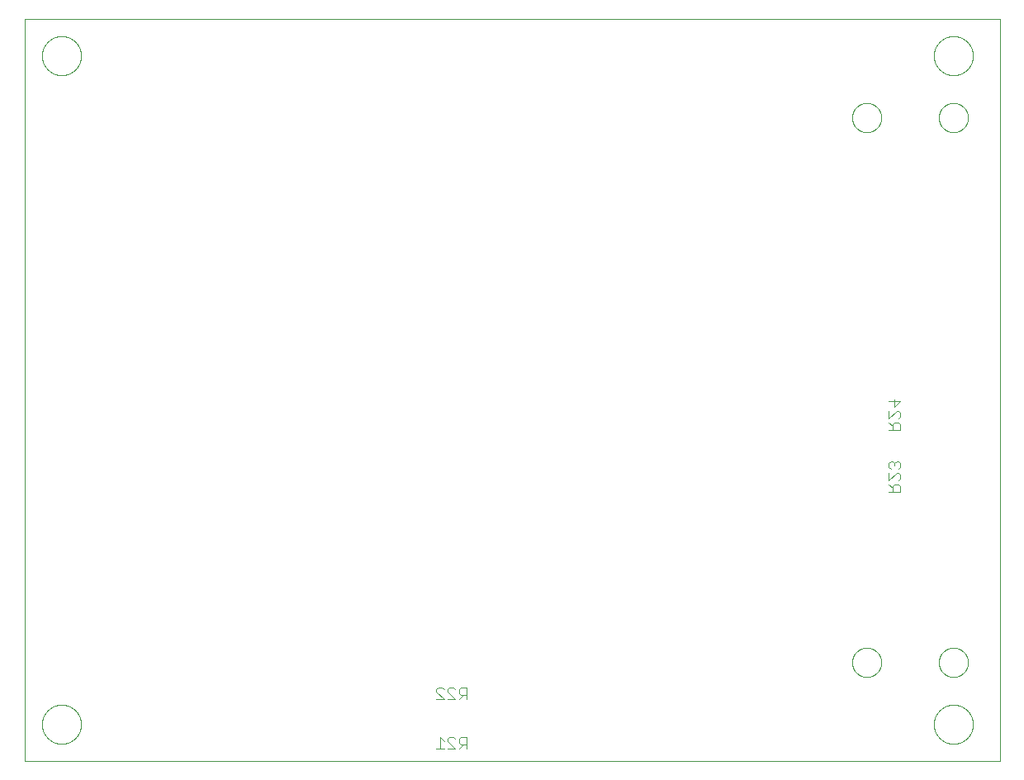
<source format=gbo>
G75*
%MOIN*%
%OFA0B0*%
%FSLAX25Y25*%
%IPPOS*%
%LPD*%
%AMOC8*
5,1,8,0,0,1.08239X$1,22.5*
%
%ADD10C,0.00000*%
%ADD11C,0.00400*%
D10*
X0014325Y0003000D02*
X0014325Y0302961D01*
X0408026Y0302961D01*
X0408026Y0003000D01*
X0014325Y0003000D01*
X0021451Y0018000D02*
X0021453Y0018193D01*
X0021460Y0018386D01*
X0021472Y0018579D01*
X0021489Y0018772D01*
X0021510Y0018964D01*
X0021536Y0019155D01*
X0021567Y0019346D01*
X0021602Y0019536D01*
X0021642Y0019725D01*
X0021687Y0019913D01*
X0021736Y0020100D01*
X0021790Y0020286D01*
X0021848Y0020470D01*
X0021911Y0020653D01*
X0021979Y0020834D01*
X0022050Y0021013D01*
X0022127Y0021191D01*
X0022207Y0021367D01*
X0022292Y0021540D01*
X0022381Y0021712D01*
X0022474Y0021881D01*
X0022571Y0022048D01*
X0022673Y0022213D01*
X0022778Y0022375D01*
X0022887Y0022534D01*
X0023001Y0022691D01*
X0023118Y0022844D01*
X0023238Y0022995D01*
X0023363Y0023143D01*
X0023491Y0023288D01*
X0023622Y0023429D01*
X0023757Y0023568D01*
X0023896Y0023703D01*
X0024037Y0023834D01*
X0024182Y0023962D01*
X0024330Y0024087D01*
X0024481Y0024207D01*
X0024634Y0024324D01*
X0024791Y0024438D01*
X0024950Y0024547D01*
X0025112Y0024652D01*
X0025277Y0024754D01*
X0025444Y0024851D01*
X0025613Y0024944D01*
X0025785Y0025033D01*
X0025958Y0025118D01*
X0026134Y0025198D01*
X0026312Y0025275D01*
X0026491Y0025346D01*
X0026672Y0025414D01*
X0026855Y0025477D01*
X0027039Y0025535D01*
X0027225Y0025589D01*
X0027412Y0025638D01*
X0027600Y0025683D01*
X0027789Y0025723D01*
X0027979Y0025758D01*
X0028170Y0025789D01*
X0028361Y0025815D01*
X0028553Y0025836D01*
X0028746Y0025853D01*
X0028939Y0025865D01*
X0029132Y0025872D01*
X0029325Y0025874D01*
X0029518Y0025872D01*
X0029711Y0025865D01*
X0029904Y0025853D01*
X0030097Y0025836D01*
X0030289Y0025815D01*
X0030480Y0025789D01*
X0030671Y0025758D01*
X0030861Y0025723D01*
X0031050Y0025683D01*
X0031238Y0025638D01*
X0031425Y0025589D01*
X0031611Y0025535D01*
X0031795Y0025477D01*
X0031978Y0025414D01*
X0032159Y0025346D01*
X0032338Y0025275D01*
X0032516Y0025198D01*
X0032692Y0025118D01*
X0032865Y0025033D01*
X0033037Y0024944D01*
X0033206Y0024851D01*
X0033373Y0024754D01*
X0033538Y0024652D01*
X0033700Y0024547D01*
X0033859Y0024438D01*
X0034016Y0024324D01*
X0034169Y0024207D01*
X0034320Y0024087D01*
X0034468Y0023962D01*
X0034613Y0023834D01*
X0034754Y0023703D01*
X0034893Y0023568D01*
X0035028Y0023429D01*
X0035159Y0023288D01*
X0035287Y0023143D01*
X0035412Y0022995D01*
X0035532Y0022844D01*
X0035649Y0022691D01*
X0035763Y0022534D01*
X0035872Y0022375D01*
X0035977Y0022213D01*
X0036079Y0022048D01*
X0036176Y0021881D01*
X0036269Y0021712D01*
X0036358Y0021540D01*
X0036443Y0021367D01*
X0036523Y0021191D01*
X0036600Y0021013D01*
X0036671Y0020834D01*
X0036739Y0020653D01*
X0036802Y0020470D01*
X0036860Y0020286D01*
X0036914Y0020100D01*
X0036963Y0019913D01*
X0037008Y0019725D01*
X0037048Y0019536D01*
X0037083Y0019346D01*
X0037114Y0019155D01*
X0037140Y0018964D01*
X0037161Y0018772D01*
X0037178Y0018579D01*
X0037190Y0018386D01*
X0037197Y0018193D01*
X0037199Y0018000D01*
X0037197Y0017807D01*
X0037190Y0017614D01*
X0037178Y0017421D01*
X0037161Y0017228D01*
X0037140Y0017036D01*
X0037114Y0016845D01*
X0037083Y0016654D01*
X0037048Y0016464D01*
X0037008Y0016275D01*
X0036963Y0016087D01*
X0036914Y0015900D01*
X0036860Y0015714D01*
X0036802Y0015530D01*
X0036739Y0015347D01*
X0036671Y0015166D01*
X0036600Y0014987D01*
X0036523Y0014809D01*
X0036443Y0014633D01*
X0036358Y0014460D01*
X0036269Y0014288D01*
X0036176Y0014119D01*
X0036079Y0013952D01*
X0035977Y0013787D01*
X0035872Y0013625D01*
X0035763Y0013466D01*
X0035649Y0013309D01*
X0035532Y0013156D01*
X0035412Y0013005D01*
X0035287Y0012857D01*
X0035159Y0012712D01*
X0035028Y0012571D01*
X0034893Y0012432D01*
X0034754Y0012297D01*
X0034613Y0012166D01*
X0034468Y0012038D01*
X0034320Y0011913D01*
X0034169Y0011793D01*
X0034016Y0011676D01*
X0033859Y0011562D01*
X0033700Y0011453D01*
X0033538Y0011348D01*
X0033373Y0011246D01*
X0033206Y0011149D01*
X0033037Y0011056D01*
X0032865Y0010967D01*
X0032692Y0010882D01*
X0032516Y0010802D01*
X0032338Y0010725D01*
X0032159Y0010654D01*
X0031978Y0010586D01*
X0031795Y0010523D01*
X0031611Y0010465D01*
X0031425Y0010411D01*
X0031238Y0010362D01*
X0031050Y0010317D01*
X0030861Y0010277D01*
X0030671Y0010242D01*
X0030480Y0010211D01*
X0030289Y0010185D01*
X0030097Y0010164D01*
X0029904Y0010147D01*
X0029711Y0010135D01*
X0029518Y0010128D01*
X0029325Y0010126D01*
X0029132Y0010128D01*
X0028939Y0010135D01*
X0028746Y0010147D01*
X0028553Y0010164D01*
X0028361Y0010185D01*
X0028170Y0010211D01*
X0027979Y0010242D01*
X0027789Y0010277D01*
X0027600Y0010317D01*
X0027412Y0010362D01*
X0027225Y0010411D01*
X0027039Y0010465D01*
X0026855Y0010523D01*
X0026672Y0010586D01*
X0026491Y0010654D01*
X0026312Y0010725D01*
X0026134Y0010802D01*
X0025958Y0010882D01*
X0025785Y0010967D01*
X0025613Y0011056D01*
X0025444Y0011149D01*
X0025277Y0011246D01*
X0025112Y0011348D01*
X0024950Y0011453D01*
X0024791Y0011562D01*
X0024634Y0011676D01*
X0024481Y0011793D01*
X0024330Y0011913D01*
X0024182Y0012038D01*
X0024037Y0012166D01*
X0023896Y0012297D01*
X0023757Y0012432D01*
X0023622Y0012571D01*
X0023491Y0012712D01*
X0023363Y0012857D01*
X0023238Y0013005D01*
X0023118Y0013156D01*
X0023001Y0013309D01*
X0022887Y0013466D01*
X0022778Y0013625D01*
X0022673Y0013787D01*
X0022571Y0013952D01*
X0022474Y0014119D01*
X0022381Y0014288D01*
X0022292Y0014460D01*
X0022207Y0014633D01*
X0022127Y0014809D01*
X0022050Y0014987D01*
X0021979Y0015166D01*
X0021911Y0015347D01*
X0021848Y0015530D01*
X0021790Y0015714D01*
X0021736Y0015900D01*
X0021687Y0016087D01*
X0021642Y0016275D01*
X0021602Y0016464D01*
X0021567Y0016654D01*
X0021536Y0016845D01*
X0021510Y0017036D01*
X0021489Y0017228D01*
X0021472Y0017421D01*
X0021460Y0017614D01*
X0021453Y0017807D01*
X0021451Y0018000D01*
X0348419Y0043000D02*
X0348421Y0043153D01*
X0348427Y0043307D01*
X0348437Y0043460D01*
X0348451Y0043612D01*
X0348469Y0043765D01*
X0348491Y0043916D01*
X0348516Y0044067D01*
X0348546Y0044218D01*
X0348580Y0044368D01*
X0348617Y0044516D01*
X0348658Y0044664D01*
X0348703Y0044810D01*
X0348752Y0044956D01*
X0348805Y0045100D01*
X0348861Y0045242D01*
X0348921Y0045383D01*
X0348985Y0045523D01*
X0349052Y0045661D01*
X0349123Y0045797D01*
X0349198Y0045931D01*
X0349275Y0046063D01*
X0349357Y0046193D01*
X0349441Y0046321D01*
X0349529Y0046447D01*
X0349620Y0046570D01*
X0349714Y0046691D01*
X0349812Y0046809D01*
X0349912Y0046925D01*
X0350016Y0047038D01*
X0350122Y0047149D01*
X0350231Y0047257D01*
X0350343Y0047362D01*
X0350457Y0047463D01*
X0350575Y0047562D01*
X0350694Y0047658D01*
X0350816Y0047751D01*
X0350941Y0047840D01*
X0351068Y0047927D01*
X0351197Y0048009D01*
X0351328Y0048089D01*
X0351461Y0048165D01*
X0351596Y0048238D01*
X0351733Y0048307D01*
X0351872Y0048372D01*
X0352012Y0048434D01*
X0352154Y0048492D01*
X0352297Y0048547D01*
X0352442Y0048598D01*
X0352588Y0048645D01*
X0352735Y0048688D01*
X0352883Y0048727D01*
X0353032Y0048763D01*
X0353182Y0048794D01*
X0353333Y0048822D01*
X0353484Y0048846D01*
X0353637Y0048866D01*
X0353789Y0048882D01*
X0353942Y0048894D01*
X0354095Y0048902D01*
X0354248Y0048906D01*
X0354402Y0048906D01*
X0354555Y0048902D01*
X0354708Y0048894D01*
X0354861Y0048882D01*
X0355013Y0048866D01*
X0355166Y0048846D01*
X0355317Y0048822D01*
X0355468Y0048794D01*
X0355618Y0048763D01*
X0355767Y0048727D01*
X0355915Y0048688D01*
X0356062Y0048645D01*
X0356208Y0048598D01*
X0356353Y0048547D01*
X0356496Y0048492D01*
X0356638Y0048434D01*
X0356778Y0048372D01*
X0356917Y0048307D01*
X0357054Y0048238D01*
X0357189Y0048165D01*
X0357322Y0048089D01*
X0357453Y0048009D01*
X0357582Y0047927D01*
X0357709Y0047840D01*
X0357834Y0047751D01*
X0357956Y0047658D01*
X0358075Y0047562D01*
X0358193Y0047463D01*
X0358307Y0047362D01*
X0358419Y0047257D01*
X0358528Y0047149D01*
X0358634Y0047038D01*
X0358738Y0046925D01*
X0358838Y0046809D01*
X0358936Y0046691D01*
X0359030Y0046570D01*
X0359121Y0046447D01*
X0359209Y0046321D01*
X0359293Y0046193D01*
X0359375Y0046063D01*
X0359452Y0045931D01*
X0359527Y0045797D01*
X0359598Y0045661D01*
X0359665Y0045523D01*
X0359729Y0045383D01*
X0359789Y0045242D01*
X0359845Y0045100D01*
X0359898Y0044956D01*
X0359947Y0044810D01*
X0359992Y0044664D01*
X0360033Y0044516D01*
X0360070Y0044368D01*
X0360104Y0044218D01*
X0360134Y0044067D01*
X0360159Y0043916D01*
X0360181Y0043765D01*
X0360199Y0043612D01*
X0360213Y0043460D01*
X0360223Y0043307D01*
X0360229Y0043153D01*
X0360231Y0043000D01*
X0360229Y0042847D01*
X0360223Y0042693D01*
X0360213Y0042540D01*
X0360199Y0042388D01*
X0360181Y0042235D01*
X0360159Y0042084D01*
X0360134Y0041933D01*
X0360104Y0041782D01*
X0360070Y0041632D01*
X0360033Y0041484D01*
X0359992Y0041336D01*
X0359947Y0041190D01*
X0359898Y0041044D01*
X0359845Y0040900D01*
X0359789Y0040758D01*
X0359729Y0040617D01*
X0359665Y0040477D01*
X0359598Y0040339D01*
X0359527Y0040203D01*
X0359452Y0040069D01*
X0359375Y0039937D01*
X0359293Y0039807D01*
X0359209Y0039679D01*
X0359121Y0039553D01*
X0359030Y0039430D01*
X0358936Y0039309D01*
X0358838Y0039191D01*
X0358738Y0039075D01*
X0358634Y0038962D01*
X0358528Y0038851D01*
X0358419Y0038743D01*
X0358307Y0038638D01*
X0358193Y0038537D01*
X0358075Y0038438D01*
X0357956Y0038342D01*
X0357834Y0038249D01*
X0357709Y0038160D01*
X0357582Y0038073D01*
X0357453Y0037991D01*
X0357322Y0037911D01*
X0357189Y0037835D01*
X0357054Y0037762D01*
X0356917Y0037693D01*
X0356778Y0037628D01*
X0356638Y0037566D01*
X0356496Y0037508D01*
X0356353Y0037453D01*
X0356208Y0037402D01*
X0356062Y0037355D01*
X0355915Y0037312D01*
X0355767Y0037273D01*
X0355618Y0037237D01*
X0355468Y0037206D01*
X0355317Y0037178D01*
X0355166Y0037154D01*
X0355013Y0037134D01*
X0354861Y0037118D01*
X0354708Y0037106D01*
X0354555Y0037098D01*
X0354402Y0037094D01*
X0354248Y0037094D01*
X0354095Y0037098D01*
X0353942Y0037106D01*
X0353789Y0037118D01*
X0353637Y0037134D01*
X0353484Y0037154D01*
X0353333Y0037178D01*
X0353182Y0037206D01*
X0353032Y0037237D01*
X0352883Y0037273D01*
X0352735Y0037312D01*
X0352588Y0037355D01*
X0352442Y0037402D01*
X0352297Y0037453D01*
X0352154Y0037508D01*
X0352012Y0037566D01*
X0351872Y0037628D01*
X0351733Y0037693D01*
X0351596Y0037762D01*
X0351461Y0037835D01*
X0351328Y0037911D01*
X0351197Y0037991D01*
X0351068Y0038073D01*
X0350941Y0038160D01*
X0350816Y0038249D01*
X0350694Y0038342D01*
X0350575Y0038438D01*
X0350457Y0038537D01*
X0350343Y0038638D01*
X0350231Y0038743D01*
X0350122Y0038851D01*
X0350016Y0038962D01*
X0349912Y0039075D01*
X0349812Y0039191D01*
X0349714Y0039309D01*
X0349620Y0039430D01*
X0349529Y0039553D01*
X0349441Y0039679D01*
X0349357Y0039807D01*
X0349275Y0039937D01*
X0349198Y0040069D01*
X0349123Y0040203D01*
X0349052Y0040339D01*
X0348985Y0040477D01*
X0348921Y0040617D01*
X0348861Y0040758D01*
X0348805Y0040900D01*
X0348752Y0041044D01*
X0348703Y0041190D01*
X0348658Y0041336D01*
X0348617Y0041484D01*
X0348580Y0041632D01*
X0348546Y0041782D01*
X0348516Y0041933D01*
X0348491Y0042084D01*
X0348469Y0042235D01*
X0348451Y0042388D01*
X0348437Y0042540D01*
X0348427Y0042693D01*
X0348421Y0042847D01*
X0348419Y0043000D01*
X0383419Y0043000D02*
X0383421Y0043153D01*
X0383427Y0043307D01*
X0383437Y0043460D01*
X0383451Y0043612D01*
X0383469Y0043765D01*
X0383491Y0043916D01*
X0383516Y0044067D01*
X0383546Y0044218D01*
X0383580Y0044368D01*
X0383617Y0044516D01*
X0383658Y0044664D01*
X0383703Y0044810D01*
X0383752Y0044956D01*
X0383805Y0045100D01*
X0383861Y0045242D01*
X0383921Y0045383D01*
X0383985Y0045523D01*
X0384052Y0045661D01*
X0384123Y0045797D01*
X0384198Y0045931D01*
X0384275Y0046063D01*
X0384357Y0046193D01*
X0384441Y0046321D01*
X0384529Y0046447D01*
X0384620Y0046570D01*
X0384714Y0046691D01*
X0384812Y0046809D01*
X0384912Y0046925D01*
X0385016Y0047038D01*
X0385122Y0047149D01*
X0385231Y0047257D01*
X0385343Y0047362D01*
X0385457Y0047463D01*
X0385575Y0047562D01*
X0385694Y0047658D01*
X0385816Y0047751D01*
X0385941Y0047840D01*
X0386068Y0047927D01*
X0386197Y0048009D01*
X0386328Y0048089D01*
X0386461Y0048165D01*
X0386596Y0048238D01*
X0386733Y0048307D01*
X0386872Y0048372D01*
X0387012Y0048434D01*
X0387154Y0048492D01*
X0387297Y0048547D01*
X0387442Y0048598D01*
X0387588Y0048645D01*
X0387735Y0048688D01*
X0387883Y0048727D01*
X0388032Y0048763D01*
X0388182Y0048794D01*
X0388333Y0048822D01*
X0388484Y0048846D01*
X0388637Y0048866D01*
X0388789Y0048882D01*
X0388942Y0048894D01*
X0389095Y0048902D01*
X0389248Y0048906D01*
X0389402Y0048906D01*
X0389555Y0048902D01*
X0389708Y0048894D01*
X0389861Y0048882D01*
X0390013Y0048866D01*
X0390166Y0048846D01*
X0390317Y0048822D01*
X0390468Y0048794D01*
X0390618Y0048763D01*
X0390767Y0048727D01*
X0390915Y0048688D01*
X0391062Y0048645D01*
X0391208Y0048598D01*
X0391353Y0048547D01*
X0391496Y0048492D01*
X0391638Y0048434D01*
X0391778Y0048372D01*
X0391917Y0048307D01*
X0392054Y0048238D01*
X0392189Y0048165D01*
X0392322Y0048089D01*
X0392453Y0048009D01*
X0392582Y0047927D01*
X0392709Y0047840D01*
X0392834Y0047751D01*
X0392956Y0047658D01*
X0393075Y0047562D01*
X0393193Y0047463D01*
X0393307Y0047362D01*
X0393419Y0047257D01*
X0393528Y0047149D01*
X0393634Y0047038D01*
X0393738Y0046925D01*
X0393838Y0046809D01*
X0393936Y0046691D01*
X0394030Y0046570D01*
X0394121Y0046447D01*
X0394209Y0046321D01*
X0394293Y0046193D01*
X0394375Y0046063D01*
X0394452Y0045931D01*
X0394527Y0045797D01*
X0394598Y0045661D01*
X0394665Y0045523D01*
X0394729Y0045383D01*
X0394789Y0045242D01*
X0394845Y0045100D01*
X0394898Y0044956D01*
X0394947Y0044810D01*
X0394992Y0044664D01*
X0395033Y0044516D01*
X0395070Y0044368D01*
X0395104Y0044218D01*
X0395134Y0044067D01*
X0395159Y0043916D01*
X0395181Y0043765D01*
X0395199Y0043612D01*
X0395213Y0043460D01*
X0395223Y0043307D01*
X0395229Y0043153D01*
X0395231Y0043000D01*
X0395229Y0042847D01*
X0395223Y0042693D01*
X0395213Y0042540D01*
X0395199Y0042388D01*
X0395181Y0042235D01*
X0395159Y0042084D01*
X0395134Y0041933D01*
X0395104Y0041782D01*
X0395070Y0041632D01*
X0395033Y0041484D01*
X0394992Y0041336D01*
X0394947Y0041190D01*
X0394898Y0041044D01*
X0394845Y0040900D01*
X0394789Y0040758D01*
X0394729Y0040617D01*
X0394665Y0040477D01*
X0394598Y0040339D01*
X0394527Y0040203D01*
X0394452Y0040069D01*
X0394375Y0039937D01*
X0394293Y0039807D01*
X0394209Y0039679D01*
X0394121Y0039553D01*
X0394030Y0039430D01*
X0393936Y0039309D01*
X0393838Y0039191D01*
X0393738Y0039075D01*
X0393634Y0038962D01*
X0393528Y0038851D01*
X0393419Y0038743D01*
X0393307Y0038638D01*
X0393193Y0038537D01*
X0393075Y0038438D01*
X0392956Y0038342D01*
X0392834Y0038249D01*
X0392709Y0038160D01*
X0392582Y0038073D01*
X0392453Y0037991D01*
X0392322Y0037911D01*
X0392189Y0037835D01*
X0392054Y0037762D01*
X0391917Y0037693D01*
X0391778Y0037628D01*
X0391638Y0037566D01*
X0391496Y0037508D01*
X0391353Y0037453D01*
X0391208Y0037402D01*
X0391062Y0037355D01*
X0390915Y0037312D01*
X0390767Y0037273D01*
X0390618Y0037237D01*
X0390468Y0037206D01*
X0390317Y0037178D01*
X0390166Y0037154D01*
X0390013Y0037134D01*
X0389861Y0037118D01*
X0389708Y0037106D01*
X0389555Y0037098D01*
X0389402Y0037094D01*
X0389248Y0037094D01*
X0389095Y0037098D01*
X0388942Y0037106D01*
X0388789Y0037118D01*
X0388637Y0037134D01*
X0388484Y0037154D01*
X0388333Y0037178D01*
X0388182Y0037206D01*
X0388032Y0037237D01*
X0387883Y0037273D01*
X0387735Y0037312D01*
X0387588Y0037355D01*
X0387442Y0037402D01*
X0387297Y0037453D01*
X0387154Y0037508D01*
X0387012Y0037566D01*
X0386872Y0037628D01*
X0386733Y0037693D01*
X0386596Y0037762D01*
X0386461Y0037835D01*
X0386328Y0037911D01*
X0386197Y0037991D01*
X0386068Y0038073D01*
X0385941Y0038160D01*
X0385816Y0038249D01*
X0385694Y0038342D01*
X0385575Y0038438D01*
X0385457Y0038537D01*
X0385343Y0038638D01*
X0385231Y0038743D01*
X0385122Y0038851D01*
X0385016Y0038962D01*
X0384912Y0039075D01*
X0384812Y0039191D01*
X0384714Y0039309D01*
X0384620Y0039430D01*
X0384529Y0039553D01*
X0384441Y0039679D01*
X0384357Y0039807D01*
X0384275Y0039937D01*
X0384198Y0040069D01*
X0384123Y0040203D01*
X0384052Y0040339D01*
X0383985Y0040477D01*
X0383921Y0040617D01*
X0383861Y0040758D01*
X0383805Y0040900D01*
X0383752Y0041044D01*
X0383703Y0041190D01*
X0383658Y0041336D01*
X0383617Y0041484D01*
X0383580Y0041632D01*
X0383546Y0041782D01*
X0383516Y0041933D01*
X0383491Y0042084D01*
X0383469Y0042235D01*
X0383451Y0042388D01*
X0383437Y0042540D01*
X0383427Y0042693D01*
X0383421Y0042847D01*
X0383419Y0043000D01*
X0381451Y0018000D02*
X0381453Y0018193D01*
X0381460Y0018386D01*
X0381472Y0018579D01*
X0381489Y0018772D01*
X0381510Y0018964D01*
X0381536Y0019155D01*
X0381567Y0019346D01*
X0381602Y0019536D01*
X0381642Y0019725D01*
X0381687Y0019913D01*
X0381736Y0020100D01*
X0381790Y0020286D01*
X0381848Y0020470D01*
X0381911Y0020653D01*
X0381979Y0020834D01*
X0382050Y0021013D01*
X0382127Y0021191D01*
X0382207Y0021367D01*
X0382292Y0021540D01*
X0382381Y0021712D01*
X0382474Y0021881D01*
X0382571Y0022048D01*
X0382673Y0022213D01*
X0382778Y0022375D01*
X0382887Y0022534D01*
X0383001Y0022691D01*
X0383118Y0022844D01*
X0383238Y0022995D01*
X0383363Y0023143D01*
X0383491Y0023288D01*
X0383622Y0023429D01*
X0383757Y0023568D01*
X0383896Y0023703D01*
X0384037Y0023834D01*
X0384182Y0023962D01*
X0384330Y0024087D01*
X0384481Y0024207D01*
X0384634Y0024324D01*
X0384791Y0024438D01*
X0384950Y0024547D01*
X0385112Y0024652D01*
X0385277Y0024754D01*
X0385444Y0024851D01*
X0385613Y0024944D01*
X0385785Y0025033D01*
X0385958Y0025118D01*
X0386134Y0025198D01*
X0386312Y0025275D01*
X0386491Y0025346D01*
X0386672Y0025414D01*
X0386855Y0025477D01*
X0387039Y0025535D01*
X0387225Y0025589D01*
X0387412Y0025638D01*
X0387600Y0025683D01*
X0387789Y0025723D01*
X0387979Y0025758D01*
X0388170Y0025789D01*
X0388361Y0025815D01*
X0388553Y0025836D01*
X0388746Y0025853D01*
X0388939Y0025865D01*
X0389132Y0025872D01*
X0389325Y0025874D01*
X0389518Y0025872D01*
X0389711Y0025865D01*
X0389904Y0025853D01*
X0390097Y0025836D01*
X0390289Y0025815D01*
X0390480Y0025789D01*
X0390671Y0025758D01*
X0390861Y0025723D01*
X0391050Y0025683D01*
X0391238Y0025638D01*
X0391425Y0025589D01*
X0391611Y0025535D01*
X0391795Y0025477D01*
X0391978Y0025414D01*
X0392159Y0025346D01*
X0392338Y0025275D01*
X0392516Y0025198D01*
X0392692Y0025118D01*
X0392865Y0025033D01*
X0393037Y0024944D01*
X0393206Y0024851D01*
X0393373Y0024754D01*
X0393538Y0024652D01*
X0393700Y0024547D01*
X0393859Y0024438D01*
X0394016Y0024324D01*
X0394169Y0024207D01*
X0394320Y0024087D01*
X0394468Y0023962D01*
X0394613Y0023834D01*
X0394754Y0023703D01*
X0394893Y0023568D01*
X0395028Y0023429D01*
X0395159Y0023288D01*
X0395287Y0023143D01*
X0395412Y0022995D01*
X0395532Y0022844D01*
X0395649Y0022691D01*
X0395763Y0022534D01*
X0395872Y0022375D01*
X0395977Y0022213D01*
X0396079Y0022048D01*
X0396176Y0021881D01*
X0396269Y0021712D01*
X0396358Y0021540D01*
X0396443Y0021367D01*
X0396523Y0021191D01*
X0396600Y0021013D01*
X0396671Y0020834D01*
X0396739Y0020653D01*
X0396802Y0020470D01*
X0396860Y0020286D01*
X0396914Y0020100D01*
X0396963Y0019913D01*
X0397008Y0019725D01*
X0397048Y0019536D01*
X0397083Y0019346D01*
X0397114Y0019155D01*
X0397140Y0018964D01*
X0397161Y0018772D01*
X0397178Y0018579D01*
X0397190Y0018386D01*
X0397197Y0018193D01*
X0397199Y0018000D01*
X0397197Y0017807D01*
X0397190Y0017614D01*
X0397178Y0017421D01*
X0397161Y0017228D01*
X0397140Y0017036D01*
X0397114Y0016845D01*
X0397083Y0016654D01*
X0397048Y0016464D01*
X0397008Y0016275D01*
X0396963Y0016087D01*
X0396914Y0015900D01*
X0396860Y0015714D01*
X0396802Y0015530D01*
X0396739Y0015347D01*
X0396671Y0015166D01*
X0396600Y0014987D01*
X0396523Y0014809D01*
X0396443Y0014633D01*
X0396358Y0014460D01*
X0396269Y0014288D01*
X0396176Y0014119D01*
X0396079Y0013952D01*
X0395977Y0013787D01*
X0395872Y0013625D01*
X0395763Y0013466D01*
X0395649Y0013309D01*
X0395532Y0013156D01*
X0395412Y0013005D01*
X0395287Y0012857D01*
X0395159Y0012712D01*
X0395028Y0012571D01*
X0394893Y0012432D01*
X0394754Y0012297D01*
X0394613Y0012166D01*
X0394468Y0012038D01*
X0394320Y0011913D01*
X0394169Y0011793D01*
X0394016Y0011676D01*
X0393859Y0011562D01*
X0393700Y0011453D01*
X0393538Y0011348D01*
X0393373Y0011246D01*
X0393206Y0011149D01*
X0393037Y0011056D01*
X0392865Y0010967D01*
X0392692Y0010882D01*
X0392516Y0010802D01*
X0392338Y0010725D01*
X0392159Y0010654D01*
X0391978Y0010586D01*
X0391795Y0010523D01*
X0391611Y0010465D01*
X0391425Y0010411D01*
X0391238Y0010362D01*
X0391050Y0010317D01*
X0390861Y0010277D01*
X0390671Y0010242D01*
X0390480Y0010211D01*
X0390289Y0010185D01*
X0390097Y0010164D01*
X0389904Y0010147D01*
X0389711Y0010135D01*
X0389518Y0010128D01*
X0389325Y0010126D01*
X0389132Y0010128D01*
X0388939Y0010135D01*
X0388746Y0010147D01*
X0388553Y0010164D01*
X0388361Y0010185D01*
X0388170Y0010211D01*
X0387979Y0010242D01*
X0387789Y0010277D01*
X0387600Y0010317D01*
X0387412Y0010362D01*
X0387225Y0010411D01*
X0387039Y0010465D01*
X0386855Y0010523D01*
X0386672Y0010586D01*
X0386491Y0010654D01*
X0386312Y0010725D01*
X0386134Y0010802D01*
X0385958Y0010882D01*
X0385785Y0010967D01*
X0385613Y0011056D01*
X0385444Y0011149D01*
X0385277Y0011246D01*
X0385112Y0011348D01*
X0384950Y0011453D01*
X0384791Y0011562D01*
X0384634Y0011676D01*
X0384481Y0011793D01*
X0384330Y0011913D01*
X0384182Y0012038D01*
X0384037Y0012166D01*
X0383896Y0012297D01*
X0383757Y0012432D01*
X0383622Y0012571D01*
X0383491Y0012712D01*
X0383363Y0012857D01*
X0383238Y0013005D01*
X0383118Y0013156D01*
X0383001Y0013309D01*
X0382887Y0013466D01*
X0382778Y0013625D01*
X0382673Y0013787D01*
X0382571Y0013952D01*
X0382474Y0014119D01*
X0382381Y0014288D01*
X0382292Y0014460D01*
X0382207Y0014633D01*
X0382127Y0014809D01*
X0382050Y0014987D01*
X0381979Y0015166D01*
X0381911Y0015347D01*
X0381848Y0015530D01*
X0381790Y0015714D01*
X0381736Y0015900D01*
X0381687Y0016087D01*
X0381642Y0016275D01*
X0381602Y0016464D01*
X0381567Y0016654D01*
X0381536Y0016845D01*
X0381510Y0017036D01*
X0381489Y0017228D01*
X0381472Y0017421D01*
X0381460Y0017614D01*
X0381453Y0017807D01*
X0381451Y0018000D01*
X0383419Y0263000D02*
X0383421Y0263153D01*
X0383427Y0263307D01*
X0383437Y0263460D01*
X0383451Y0263612D01*
X0383469Y0263765D01*
X0383491Y0263916D01*
X0383516Y0264067D01*
X0383546Y0264218D01*
X0383580Y0264368D01*
X0383617Y0264516D01*
X0383658Y0264664D01*
X0383703Y0264810D01*
X0383752Y0264956D01*
X0383805Y0265100D01*
X0383861Y0265242D01*
X0383921Y0265383D01*
X0383985Y0265523D01*
X0384052Y0265661D01*
X0384123Y0265797D01*
X0384198Y0265931D01*
X0384275Y0266063D01*
X0384357Y0266193D01*
X0384441Y0266321D01*
X0384529Y0266447D01*
X0384620Y0266570D01*
X0384714Y0266691D01*
X0384812Y0266809D01*
X0384912Y0266925D01*
X0385016Y0267038D01*
X0385122Y0267149D01*
X0385231Y0267257D01*
X0385343Y0267362D01*
X0385457Y0267463D01*
X0385575Y0267562D01*
X0385694Y0267658D01*
X0385816Y0267751D01*
X0385941Y0267840D01*
X0386068Y0267927D01*
X0386197Y0268009D01*
X0386328Y0268089D01*
X0386461Y0268165D01*
X0386596Y0268238D01*
X0386733Y0268307D01*
X0386872Y0268372D01*
X0387012Y0268434D01*
X0387154Y0268492D01*
X0387297Y0268547D01*
X0387442Y0268598D01*
X0387588Y0268645D01*
X0387735Y0268688D01*
X0387883Y0268727D01*
X0388032Y0268763D01*
X0388182Y0268794D01*
X0388333Y0268822D01*
X0388484Y0268846D01*
X0388637Y0268866D01*
X0388789Y0268882D01*
X0388942Y0268894D01*
X0389095Y0268902D01*
X0389248Y0268906D01*
X0389402Y0268906D01*
X0389555Y0268902D01*
X0389708Y0268894D01*
X0389861Y0268882D01*
X0390013Y0268866D01*
X0390166Y0268846D01*
X0390317Y0268822D01*
X0390468Y0268794D01*
X0390618Y0268763D01*
X0390767Y0268727D01*
X0390915Y0268688D01*
X0391062Y0268645D01*
X0391208Y0268598D01*
X0391353Y0268547D01*
X0391496Y0268492D01*
X0391638Y0268434D01*
X0391778Y0268372D01*
X0391917Y0268307D01*
X0392054Y0268238D01*
X0392189Y0268165D01*
X0392322Y0268089D01*
X0392453Y0268009D01*
X0392582Y0267927D01*
X0392709Y0267840D01*
X0392834Y0267751D01*
X0392956Y0267658D01*
X0393075Y0267562D01*
X0393193Y0267463D01*
X0393307Y0267362D01*
X0393419Y0267257D01*
X0393528Y0267149D01*
X0393634Y0267038D01*
X0393738Y0266925D01*
X0393838Y0266809D01*
X0393936Y0266691D01*
X0394030Y0266570D01*
X0394121Y0266447D01*
X0394209Y0266321D01*
X0394293Y0266193D01*
X0394375Y0266063D01*
X0394452Y0265931D01*
X0394527Y0265797D01*
X0394598Y0265661D01*
X0394665Y0265523D01*
X0394729Y0265383D01*
X0394789Y0265242D01*
X0394845Y0265100D01*
X0394898Y0264956D01*
X0394947Y0264810D01*
X0394992Y0264664D01*
X0395033Y0264516D01*
X0395070Y0264368D01*
X0395104Y0264218D01*
X0395134Y0264067D01*
X0395159Y0263916D01*
X0395181Y0263765D01*
X0395199Y0263612D01*
X0395213Y0263460D01*
X0395223Y0263307D01*
X0395229Y0263153D01*
X0395231Y0263000D01*
X0395229Y0262847D01*
X0395223Y0262693D01*
X0395213Y0262540D01*
X0395199Y0262388D01*
X0395181Y0262235D01*
X0395159Y0262084D01*
X0395134Y0261933D01*
X0395104Y0261782D01*
X0395070Y0261632D01*
X0395033Y0261484D01*
X0394992Y0261336D01*
X0394947Y0261190D01*
X0394898Y0261044D01*
X0394845Y0260900D01*
X0394789Y0260758D01*
X0394729Y0260617D01*
X0394665Y0260477D01*
X0394598Y0260339D01*
X0394527Y0260203D01*
X0394452Y0260069D01*
X0394375Y0259937D01*
X0394293Y0259807D01*
X0394209Y0259679D01*
X0394121Y0259553D01*
X0394030Y0259430D01*
X0393936Y0259309D01*
X0393838Y0259191D01*
X0393738Y0259075D01*
X0393634Y0258962D01*
X0393528Y0258851D01*
X0393419Y0258743D01*
X0393307Y0258638D01*
X0393193Y0258537D01*
X0393075Y0258438D01*
X0392956Y0258342D01*
X0392834Y0258249D01*
X0392709Y0258160D01*
X0392582Y0258073D01*
X0392453Y0257991D01*
X0392322Y0257911D01*
X0392189Y0257835D01*
X0392054Y0257762D01*
X0391917Y0257693D01*
X0391778Y0257628D01*
X0391638Y0257566D01*
X0391496Y0257508D01*
X0391353Y0257453D01*
X0391208Y0257402D01*
X0391062Y0257355D01*
X0390915Y0257312D01*
X0390767Y0257273D01*
X0390618Y0257237D01*
X0390468Y0257206D01*
X0390317Y0257178D01*
X0390166Y0257154D01*
X0390013Y0257134D01*
X0389861Y0257118D01*
X0389708Y0257106D01*
X0389555Y0257098D01*
X0389402Y0257094D01*
X0389248Y0257094D01*
X0389095Y0257098D01*
X0388942Y0257106D01*
X0388789Y0257118D01*
X0388637Y0257134D01*
X0388484Y0257154D01*
X0388333Y0257178D01*
X0388182Y0257206D01*
X0388032Y0257237D01*
X0387883Y0257273D01*
X0387735Y0257312D01*
X0387588Y0257355D01*
X0387442Y0257402D01*
X0387297Y0257453D01*
X0387154Y0257508D01*
X0387012Y0257566D01*
X0386872Y0257628D01*
X0386733Y0257693D01*
X0386596Y0257762D01*
X0386461Y0257835D01*
X0386328Y0257911D01*
X0386197Y0257991D01*
X0386068Y0258073D01*
X0385941Y0258160D01*
X0385816Y0258249D01*
X0385694Y0258342D01*
X0385575Y0258438D01*
X0385457Y0258537D01*
X0385343Y0258638D01*
X0385231Y0258743D01*
X0385122Y0258851D01*
X0385016Y0258962D01*
X0384912Y0259075D01*
X0384812Y0259191D01*
X0384714Y0259309D01*
X0384620Y0259430D01*
X0384529Y0259553D01*
X0384441Y0259679D01*
X0384357Y0259807D01*
X0384275Y0259937D01*
X0384198Y0260069D01*
X0384123Y0260203D01*
X0384052Y0260339D01*
X0383985Y0260477D01*
X0383921Y0260617D01*
X0383861Y0260758D01*
X0383805Y0260900D01*
X0383752Y0261044D01*
X0383703Y0261190D01*
X0383658Y0261336D01*
X0383617Y0261484D01*
X0383580Y0261632D01*
X0383546Y0261782D01*
X0383516Y0261933D01*
X0383491Y0262084D01*
X0383469Y0262235D01*
X0383451Y0262388D01*
X0383437Y0262540D01*
X0383427Y0262693D01*
X0383421Y0262847D01*
X0383419Y0263000D01*
X0348419Y0263000D02*
X0348421Y0263153D01*
X0348427Y0263307D01*
X0348437Y0263460D01*
X0348451Y0263612D01*
X0348469Y0263765D01*
X0348491Y0263916D01*
X0348516Y0264067D01*
X0348546Y0264218D01*
X0348580Y0264368D01*
X0348617Y0264516D01*
X0348658Y0264664D01*
X0348703Y0264810D01*
X0348752Y0264956D01*
X0348805Y0265100D01*
X0348861Y0265242D01*
X0348921Y0265383D01*
X0348985Y0265523D01*
X0349052Y0265661D01*
X0349123Y0265797D01*
X0349198Y0265931D01*
X0349275Y0266063D01*
X0349357Y0266193D01*
X0349441Y0266321D01*
X0349529Y0266447D01*
X0349620Y0266570D01*
X0349714Y0266691D01*
X0349812Y0266809D01*
X0349912Y0266925D01*
X0350016Y0267038D01*
X0350122Y0267149D01*
X0350231Y0267257D01*
X0350343Y0267362D01*
X0350457Y0267463D01*
X0350575Y0267562D01*
X0350694Y0267658D01*
X0350816Y0267751D01*
X0350941Y0267840D01*
X0351068Y0267927D01*
X0351197Y0268009D01*
X0351328Y0268089D01*
X0351461Y0268165D01*
X0351596Y0268238D01*
X0351733Y0268307D01*
X0351872Y0268372D01*
X0352012Y0268434D01*
X0352154Y0268492D01*
X0352297Y0268547D01*
X0352442Y0268598D01*
X0352588Y0268645D01*
X0352735Y0268688D01*
X0352883Y0268727D01*
X0353032Y0268763D01*
X0353182Y0268794D01*
X0353333Y0268822D01*
X0353484Y0268846D01*
X0353637Y0268866D01*
X0353789Y0268882D01*
X0353942Y0268894D01*
X0354095Y0268902D01*
X0354248Y0268906D01*
X0354402Y0268906D01*
X0354555Y0268902D01*
X0354708Y0268894D01*
X0354861Y0268882D01*
X0355013Y0268866D01*
X0355166Y0268846D01*
X0355317Y0268822D01*
X0355468Y0268794D01*
X0355618Y0268763D01*
X0355767Y0268727D01*
X0355915Y0268688D01*
X0356062Y0268645D01*
X0356208Y0268598D01*
X0356353Y0268547D01*
X0356496Y0268492D01*
X0356638Y0268434D01*
X0356778Y0268372D01*
X0356917Y0268307D01*
X0357054Y0268238D01*
X0357189Y0268165D01*
X0357322Y0268089D01*
X0357453Y0268009D01*
X0357582Y0267927D01*
X0357709Y0267840D01*
X0357834Y0267751D01*
X0357956Y0267658D01*
X0358075Y0267562D01*
X0358193Y0267463D01*
X0358307Y0267362D01*
X0358419Y0267257D01*
X0358528Y0267149D01*
X0358634Y0267038D01*
X0358738Y0266925D01*
X0358838Y0266809D01*
X0358936Y0266691D01*
X0359030Y0266570D01*
X0359121Y0266447D01*
X0359209Y0266321D01*
X0359293Y0266193D01*
X0359375Y0266063D01*
X0359452Y0265931D01*
X0359527Y0265797D01*
X0359598Y0265661D01*
X0359665Y0265523D01*
X0359729Y0265383D01*
X0359789Y0265242D01*
X0359845Y0265100D01*
X0359898Y0264956D01*
X0359947Y0264810D01*
X0359992Y0264664D01*
X0360033Y0264516D01*
X0360070Y0264368D01*
X0360104Y0264218D01*
X0360134Y0264067D01*
X0360159Y0263916D01*
X0360181Y0263765D01*
X0360199Y0263612D01*
X0360213Y0263460D01*
X0360223Y0263307D01*
X0360229Y0263153D01*
X0360231Y0263000D01*
X0360229Y0262847D01*
X0360223Y0262693D01*
X0360213Y0262540D01*
X0360199Y0262388D01*
X0360181Y0262235D01*
X0360159Y0262084D01*
X0360134Y0261933D01*
X0360104Y0261782D01*
X0360070Y0261632D01*
X0360033Y0261484D01*
X0359992Y0261336D01*
X0359947Y0261190D01*
X0359898Y0261044D01*
X0359845Y0260900D01*
X0359789Y0260758D01*
X0359729Y0260617D01*
X0359665Y0260477D01*
X0359598Y0260339D01*
X0359527Y0260203D01*
X0359452Y0260069D01*
X0359375Y0259937D01*
X0359293Y0259807D01*
X0359209Y0259679D01*
X0359121Y0259553D01*
X0359030Y0259430D01*
X0358936Y0259309D01*
X0358838Y0259191D01*
X0358738Y0259075D01*
X0358634Y0258962D01*
X0358528Y0258851D01*
X0358419Y0258743D01*
X0358307Y0258638D01*
X0358193Y0258537D01*
X0358075Y0258438D01*
X0357956Y0258342D01*
X0357834Y0258249D01*
X0357709Y0258160D01*
X0357582Y0258073D01*
X0357453Y0257991D01*
X0357322Y0257911D01*
X0357189Y0257835D01*
X0357054Y0257762D01*
X0356917Y0257693D01*
X0356778Y0257628D01*
X0356638Y0257566D01*
X0356496Y0257508D01*
X0356353Y0257453D01*
X0356208Y0257402D01*
X0356062Y0257355D01*
X0355915Y0257312D01*
X0355767Y0257273D01*
X0355618Y0257237D01*
X0355468Y0257206D01*
X0355317Y0257178D01*
X0355166Y0257154D01*
X0355013Y0257134D01*
X0354861Y0257118D01*
X0354708Y0257106D01*
X0354555Y0257098D01*
X0354402Y0257094D01*
X0354248Y0257094D01*
X0354095Y0257098D01*
X0353942Y0257106D01*
X0353789Y0257118D01*
X0353637Y0257134D01*
X0353484Y0257154D01*
X0353333Y0257178D01*
X0353182Y0257206D01*
X0353032Y0257237D01*
X0352883Y0257273D01*
X0352735Y0257312D01*
X0352588Y0257355D01*
X0352442Y0257402D01*
X0352297Y0257453D01*
X0352154Y0257508D01*
X0352012Y0257566D01*
X0351872Y0257628D01*
X0351733Y0257693D01*
X0351596Y0257762D01*
X0351461Y0257835D01*
X0351328Y0257911D01*
X0351197Y0257991D01*
X0351068Y0258073D01*
X0350941Y0258160D01*
X0350816Y0258249D01*
X0350694Y0258342D01*
X0350575Y0258438D01*
X0350457Y0258537D01*
X0350343Y0258638D01*
X0350231Y0258743D01*
X0350122Y0258851D01*
X0350016Y0258962D01*
X0349912Y0259075D01*
X0349812Y0259191D01*
X0349714Y0259309D01*
X0349620Y0259430D01*
X0349529Y0259553D01*
X0349441Y0259679D01*
X0349357Y0259807D01*
X0349275Y0259937D01*
X0349198Y0260069D01*
X0349123Y0260203D01*
X0349052Y0260339D01*
X0348985Y0260477D01*
X0348921Y0260617D01*
X0348861Y0260758D01*
X0348805Y0260900D01*
X0348752Y0261044D01*
X0348703Y0261190D01*
X0348658Y0261336D01*
X0348617Y0261484D01*
X0348580Y0261632D01*
X0348546Y0261782D01*
X0348516Y0261933D01*
X0348491Y0262084D01*
X0348469Y0262235D01*
X0348451Y0262388D01*
X0348437Y0262540D01*
X0348427Y0262693D01*
X0348421Y0262847D01*
X0348419Y0263000D01*
X0381451Y0288000D02*
X0381453Y0288193D01*
X0381460Y0288386D01*
X0381472Y0288579D01*
X0381489Y0288772D01*
X0381510Y0288964D01*
X0381536Y0289155D01*
X0381567Y0289346D01*
X0381602Y0289536D01*
X0381642Y0289725D01*
X0381687Y0289913D01*
X0381736Y0290100D01*
X0381790Y0290286D01*
X0381848Y0290470D01*
X0381911Y0290653D01*
X0381979Y0290834D01*
X0382050Y0291013D01*
X0382127Y0291191D01*
X0382207Y0291367D01*
X0382292Y0291540D01*
X0382381Y0291712D01*
X0382474Y0291881D01*
X0382571Y0292048D01*
X0382673Y0292213D01*
X0382778Y0292375D01*
X0382887Y0292534D01*
X0383001Y0292691D01*
X0383118Y0292844D01*
X0383238Y0292995D01*
X0383363Y0293143D01*
X0383491Y0293288D01*
X0383622Y0293429D01*
X0383757Y0293568D01*
X0383896Y0293703D01*
X0384037Y0293834D01*
X0384182Y0293962D01*
X0384330Y0294087D01*
X0384481Y0294207D01*
X0384634Y0294324D01*
X0384791Y0294438D01*
X0384950Y0294547D01*
X0385112Y0294652D01*
X0385277Y0294754D01*
X0385444Y0294851D01*
X0385613Y0294944D01*
X0385785Y0295033D01*
X0385958Y0295118D01*
X0386134Y0295198D01*
X0386312Y0295275D01*
X0386491Y0295346D01*
X0386672Y0295414D01*
X0386855Y0295477D01*
X0387039Y0295535D01*
X0387225Y0295589D01*
X0387412Y0295638D01*
X0387600Y0295683D01*
X0387789Y0295723D01*
X0387979Y0295758D01*
X0388170Y0295789D01*
X0388361Y0295815D01*
X0388553Y0295836D01*
X0388746Y0295853D01*
X0388939Y0295865D01*
X0389132Y0295872D01*
X0389325Y0295874D01*
X0389518Y0295872D01*
X0389711Y0295865D01*
X0389904Y0295853D01*
X0390097Y0295836D01*
X0390289Y0295815D01*
X0390480Y0295789D01*
X0390671Y0295758D01*
X0390861Y0295723D01*
X0391050Y0295683D01*
X0391238Y0295638D01*
X0391425Y0295589D01*
X0391611Y0295535D01*
X0391795Y0295477D01*
X0391978Y0295414D01*
X0392159Y0295346D01*
X0392338Y0295275D01*
X0392516Y0295198D01*
X0392692Y0295118D01*
X0392865Y0295033D01*
X0393037Y0294944D01*
X0393206Y0294851D01*
X0393373Y0294754D01*
X0393538Y0294652D01*
X0393700Y0294547D01*
X0393859Y0294438D01*
X0394016Y0294324D01*
X0394169Y0294207D01*
X0394320Y0294087D01*
X0394468Y0293962D01*
X0394613Y0293834D01*
X0394754Y0293703D01*
X0394893Y0293568D01*
X0395028Y0293429D01*
X0395159Y0293288D01*
X0395287Y0293143D01*
X0395412Y0292995D01*
X0395532Y0292844D01*
X0395649Y0292691D01*
X0395763Y0292534D01*
X0395872Y0292375D01*
X0395977Y0292213D01*
X0396079Y0292048D01*
X0396176Y0291881D01*
X0396269Y0291712D01*
X0396358Y0291540D01*
X0396443Y0291367D01*
X0396523Y0291191D01*
X0396600Y0291013D01*
X0396671Y0290834D01*
X0396739Y0290653D01*
X0396802Y0290470D01*
X0396860Y0290286D01*
X0396914Y0290100D01*
X0396963Y0289913D01*
X0397008Y0289725D01*
X0397048Y0289536D01*
X0397083Y0289346D01*
X0397114Y0289155D01*
X0397140Y0288964D01*
X0397161Y0288772D01*
X0397178Y0288579D01*
X0397190Y0288386D01*
X0397197Y0288193D01*
X0397199Y0288000D01*
X0397197Y0287807D01*
X0397190Y0287614D01*
X0397178Y0287421D01*
X0397161Y0287228D01*
X0397140Y0287036D01*
X0397114Y0286845D01*
X0397083Y0286654D01*
X0397048Y0286464D01*
X0397008Y0286275D01*
X0396963Y0286087D01*
X0396914Y0285900D01*
X0396860Y0285714D01*
X0396802Y0285530D01*
X0396739Y0285347D01*
X0396671Y0285166D01*
X0396600Y0284987D01*
X0396523Y0284809D01*
X0396443Y0284633D01*
X0396358Y0284460D01*
X0396269Y0284288D01*
X0396176Y0284119D01*
X0396079Y0283952D01*
X0395977Y0283787D01*
X0395872Y0283625D01*
X0395763Y0283466D01*
X0395649Y0283309D01*
X0395532Y0283156D01*
X0395412Y0283005D01*
X0395287Y0282857D01*
X0395159Y0282712D01*
X0395028Y0282571D01*
X0394893Y0282432D01*
X0394754Y0282297D01*
X0394613Y0282166D01*
X0394468Y0282038D01*
X0394320Y0281913D01*
X0394169Y0281793D01*
X0394016Y0281676D01*
X0393859Y0281562D01*
X0393700Y0281453D01*
X0393538Y0281348D01*
X0393373Y0281246D01*
X0393206Y0281149D01*
X0393037Y0281056D01*
X0392865Y0280967D01*
X0392692Y0280882D01*
X0392516Y0280802D01*
X0392338Y0280725D01*
X0392159Y0280654D01*
X0391978Y0280586D01*
X0391795Y0280523D01*
X0391611Y0280465D01*
X0391425Y0280411D01*
X0391238Y0280362D01*
X0391050Y0280317D01*
X0390861Y0280277D01*
X0390671Y0280242D01*
X0390480Y0280211D01*
X0390289Y0280185D01*
X0390097Y0280164D01*
X0389904Y0280147D01*
X0389711Y0280135D01*
X0389518Y0280128D01*
X0389325Y0280126D01*
X0389132Y0280128D01*
X0388939Y0280135D01*
X0388746Y0280147D01*
X0388553Y0280164D01*
X0388361Y0280185D01*
X0388170Y0280211D01*
X0387979Y0280242D01*
X0387789Y0280277D01*
X0387600Y0280317D01*
X0387412Y0280362D01*
X0387225Y0280411D01*
X0387039Y0280465D01*
X0386855Y0280523D01*
X0386672Y0280586D01*
X0386491Y0280654D01*
X0386312Y0280725D01*
X0386134Y0280802D01*
X0385958Y0280882D01*
X0385785Y0280967D01*
X0385613Y0281056D01*
X0385444Y0281149D01*
X0385277Y0281246D01*
X0385112Y0281348D01*
X0384950Y0281453D01*
X0384791Y0281562D01*
X0384634Y0281676D01*
X0384481Y0281793D01*
X0384330Y0281913D01*
X0384182Y0282038D01*
X0384037Y0282166D01*
X0383896Y0282297D01*
X0383757Y0282432D01*
X0383622Y0282571D01*
X0383491Y0282712D01*
X0383363Y0282857D01*
X0383238Y0283005D01*
X0383118Y0283156D01*
X0383001Y0283309D01*
X0382887Y0283466D01*
X0382778Y0283625D01*
X0382673Y0283787D01*
X0382571Y0283952D01*
X0382474Y0284119D01*
X0382381Y0284288D01*
X0382292Y0284460D01*
X0382207Y0284633D01*
X0382127Y0284809D01*
X0382050Y0284987D01*
X0381979Y0285166D01*
X0381911Y0285347D01*
X0381848Y0285530D01*
X0381790Y0285714D01*
X0381736Y0285900D01*
X0381687Y0286087D01*
X0381642Y0286275D01*
X0381602Y0286464D01*
X0381567Y0286654D01*
X0381536Y0286845D01*
X0381510Y0287036D01*
X0381489Y0287228D01*
X0381472Y0287421D01*
X0381460Y0287614D01*
X0381453Y0287807D01*
X0381451Y0288000D01*
X0021451Y0288000D02*
X0021453Y0288193D01*
X0021460Y0288386D01*
X0021472Y0288579D01*
X0021489Y0288772D01*
X0021510Y0288964D01*
X0021536Y0289155D01*
X0021567Y0289346D01*
X0021602Y0289536D01*
X0021642Y0289725D01*
X0021687Y0289913D01*
X0021736Y0290100D01*
X0021790Y0290286D01*
X0021848Y0290470D01*
X0021911Y0290653D01*
X0021979Y0290834D01*
X0022050Y0291013D01*
X0022127Y0291191D01*
X0022207Y0291367D01*
X0022292Y0291540D01*
X0022381Y0291712D01*
X0022474Y0291881D01*
X0022571Y0292048D01*
X0022673Y0292213D01*
X0022778Y0292375D01*
X0022887Y0292534D01*
X0023001Y0292691D01*
X0023118Y0292844D01*
X0023238Y0292995D01*
X0023363Y0293143D01*
X0023491Y0293288D01*
X0023622Y0293429D01*
X0023757Y0293568D01*
X0023896Y0293703D01*
X0024037Y0293834D01*
X0024182Y0293962D01*
X0024330Y0294087D01*
X0024481Y0294207D01*
X0024634Y0294324D01*
X0024791Y0294438D01*
X0024950Y0294547D01*
X0025112Y0294652D01*
X0025277Y0294754D01*
X0025444Y0294851D01*
X0025613Y0294944D01*
X0025785Y0295033D01*
X0025958Y0295118D01*
X0026134Y0295198D01*
X0026312Y0295275D01*
X0026491Y0295346D01*
X0026672Y0295414D01*
X0026855Y0295477D01*
X0027039Y0295535D01*
X0027225Y0295589D01*
X0027412Y0295638D01*
X0027600Y0295683D01*
X0027789Y0295723D01*
X0027979Y0295758D01*
X0028170Y0295789D01*
X0028361Y0295815D01*
X0028553Y0295836D01*
X0028746Y0295853D01*
X0028939Y0295865D01*
X0029132Y0295872D01*
X0029325Y0295874D01*
X0029518Y0295872D01*
X0029711Y0295865D01*
X0029904Y0295853D01*
X0030097Y0295836D01*
X0030289Y0295815D01*
X0030480Y0295789D01*
X0030671Y0295758D01*
X0030861Y0295723D01*
X0031050Y0295683D01*
X0031238Y0295638D01*
X0031425Y0295589D01*
X0031611Y0295535D01*
X0031795Y0295477D01*
X0031978Y0295414D01*
X0032159Y0295346D01*
X0032338Y0295275D01*
X0032516Y0295198D01*
X0032692Y0295118D01*
X0032865Y0295033D01*
X0033037Y0294944D01*
X0033206Y0294851D01*
X0033373Y0294754D01*
X0033538Y0294652D01*
X0033700Y0294547D01*
X0033859Y0294438D01*
X0034016Y0294324D01*
X0034169Y0294207D01*
X0034320Y0294087D01*
X0034468Y0293962D01*
X0034613Y0293834D01*
X0034754Y0293703D01*
X0034893Y0293568D01*
X0035028Y0293429D01*
X0035159Y0293288D01*
X0035287Y0293143D01*
X0035412Y0292995D01*
X0035532Y0292844D01*
X0035649Y0292691D01*
X0035763Y0292534D01*
X0035872Y0292375D01*
X0035977Y0292213D01*
X0036079Y0292048D01*
X0036176Y0291881D01*
X0036269Y0291712D01*
X0036358Y0291540D01*
X0036443Y0291367D01*
X0036523Y0291191D01*
X0036600Y0291013D01*
X0036671Y0290834D01*
X0036739Y0290653D01*
X0036802Y0290470D01*
X0036860Y0290286D01*
X0036914Y0290100D01*
X0036963Y0289913D01*
X0037008Y0289725D01*
X0037048Y0289536D01*
X0037083Y0289346D01*
X0037114Y0289155D01*
X0037140Y0288964D01*
X0037161Y0288772D01*
X0037178Y0288579D01*
X0037190Y0288386D01*
X0037197Y0288193D01*
X0037199Y0288000D01*
X0037197Y0287807D01*
X0037190Y0287614D01*
X0037178Y0287421D01*
X0037161Y0287228D01*
X0037140Y0287036D01*
X0037114Y0286845D01*
X0037083Y0286654D01*
X0037048Y0286464D01*
X0037008Y0286275D01*
X0036963Y0286087D01*
X0036914Y0285900D01*
X0036860Y0285714D01*
X0036802Y0285530D01*
X0036739Y0285347D01*
X0036671Y0285166D01*
X0036600Y0284987D01*
X0036523Y0284809D01*
X0036443Y0284633D01*
X0036358Y0284460D01*
X0036269Y0284288D01*
X0036176Y0284119D01*
X0036079Y0283952D01*
X0035977Y0283787D01*
X0035872Y0283625D01*
X0035763Y0283466D01*
X0035649Y0283309D01*
X0035532Y0283156D01*
X0035412Y0283005D01*
X0035287Y0282857D01*
X0035159Y0282712D01*
X0035028Y0282571D01*
X0034893Y0282432D01*
X0034754Y0282297D01*
X0034613Y0282166D01*
X0034468Y0282038D01*
X0034320Y0281913D01*
X0034169Y0281793D01*
X0034016Y0281676D01*
X0033859Y0281562D01*
X0033700Y0281453D01*
X0033538Y0281348D01*
X0033373Y0281246D01*
X0033206Y0281149D01*
X0033037Y0281056D01*
X0032865Y0280967D01*
X0032692Y0280882D01*
X0032516Y0280802D01*
X0032338Y0280725D01*
X0032159Y0280654D01*
X0031978Y0280586D01*
X0031795Y0280523D01*
X0031611Y0280465D01*
X0031425Y0280411D01*
X0031238Y0280362D01*
X0031050Y0280317D01*
X0030861Y0280277D01*
X0030671Y0280242D01*
X0030480Y0280211D01*
X0030289Y0280185D01*
X0030097Y0280164D01*
X0029904Y0280147D01*
X0029711Y0280135D01*
X0029518Y0280128D01*
X0029325Y0280126D01*
X0029132Y0280128D01*
X0028939Y0280135D01*
X0028746Y0280147D01*
X0028553Y0280164D01*
X0028361Y0280185D01*
X0028170Y0280211D01*
X0027979Y0280242D01*
X0027789Y0280277D01*
X0027600Y0280317D01*
X0027412Y0280362D01*
X0027225Y0280411D01*
X0027039Y0280465D01*
X0026855Y0280523D01*
X0026672Y0280586D01*
X0026491Y0280654D01*
X0026312Y0280725D01*
X0026134Y0280802D01*
X0025958Y0280882D01*
X0025785Y0280967D01*
X0025613Y0281056D01*
X0025444Y0281149D01*
X0025277Y0281246D01*
X0025112Y0281348D01*
X0024950Y0281453D01*
X0024791Y0281562D01*
X0024634Y0281676D01*
X0024481Y0281793D01*
X0024330Y0281913D01*
X0024182Y0282038D01*
X0024037Y0282166D01*
X0023896Y0282297D01*
X0023757Y0282432D01*
X0023622Y0282571D01*
X0023491Y0282712D01*
X0023363Y0282857D01*
X0023238Y0283005D01*
X0023118Y0283156D01*
X0023001Y0283309D01*
X0022887Y0283466D01*
X0022778Y0283625D01*
X0022673Y0283787D01*
X0022571Y0283952D01*
X0022474Y0284119D01*
X0022381Y0284288D01*
X0022292Y0284460D01*
X0022207Y0284633D01*
X0022127Y0284809D01*
X0022050Y0284987D01*
X0021979Y0285166D01*
X0021911Y0285347D01*
X0021848Y0285530D01*
X0021790Y0285714D01*
X0021736Y0285900D01*
X0021687Y0286087D01*
X0021642Y0286275D01*
X0021602Y0286464D01*
X0021567Y0286654D01*
X0021536Y0286845D01*
X0021510Y0287036D01*
X0021489Y0287228D01*
X0021472Y0287421D01*
X0021460Y0287614D01*
X0021453Y0287807D01*
X0021451Y0288000D01*
D11*
X0363275Y0148398D02*
X0367879Y0148398D01*
X0365577Y0146096D01*
X0365577Y0149165D01*
X0366345Y0144561D02*
X0367112Y0144561D01*
X0367879Y0143794D01*
X0367879Y0142259D01*
X0367112Y0141492D01*
X0367112Y0139957D02*
X0365577Y0139957D01*
X0364810Y0139190D01*
X0364810Y0136888D01*
X0363275Y0136888D02*
X0367879Y0136888D01*
X0367879Y0139190D01*
X0367112Y0139957D01*
X0364810Y0138423D02*
X0363275Y0139957D01*
X0363275Y0141492D02*
X0366345Y0144561D01*
X0363275Y0144561D02*
X0363275Y0141492D01*
X0364043Y0124165D02*
X0363275Y0123398D01*
X0363275Y0121863D01*
X0364043Y0121096D01*
X0363275Y0119561D02*
X0363275Y0116492D01*
X0366345Y0119561D01*
X0367112Y0119561D01*
X0367879Y0118794D01*
X0367879Y0117259D01*
X0367112Y0116492D01*
X0367112Y0114957D02*
X0365577Y0114957D01*
X0364810Y0114190D01*
X0364810Y0111888D01*
X0363275Y0111888D02*
X0367879Y0111888D01*
X0367879Y0114190D01*
X0367112Y0114957D01*
X0364810Y0113423D02*
X0363275Y0114957D01*
X0367112Y0121096D02*
X0367879Y0121863D01*
X0367879Y0123398D01*
X0367112Y0124165D01*
X0366345Y0124165D01*
X0365577Y0123398D01*
X0364810Y0124165D01*
X0364043Y0124165D01*
X0365577Y0123398D02*
X0365577Y0122631D01*
X0192875Y0032804D02*
X0192875Y0028200D01*
X0192875Y0029735D02*
X0190573Y0029735D01*
X0189806Y0030502D01*
X0189806Y0032037D01*
X0190573Y0032804D01*
X0192875Y0032804D01*
X0191341Y0029735D02*
X0189806Y0028200D01*
X0188271Y0028200D02*
X0185202Y0031269D01*
X0185202Y0032037D01*
X0185970Y0032804D01*
X0187504Y0032804D01*
X0188271Y0032037D01*
X0188271Y0028200D02*
X0185202Y0028200D01*
X0183668Y0028200D02*
X0180598Y0031269D01*
X0180598Y0032037D01*
X0181366Y0032804D01*
X0182900Y0032804D01*
X0183668Y0032037D01*
X0183668Y0028200D02*
X0180598Y0028200D01*
X0182133Y0012804D02*
X0182133Y0008200D01*
X0183668Y0008200D02*
X0180598Y0008200D01*
X0183668Y0011269D02*
X0182133Y0012804D01*
X0185202Y0012037D02*
X0185970Y0012804D01*
X0187504Y0012804D01*
X0188271Y0012037D01*
X0189806Y0012037D02*
X0190573Y0012804D01*
X0192875Y0012804D01*
X0192875Y0008200D01*
X0192875Y0009735D02*
X0190573Y0009735D01*
X0189806Y0010502D01*
X0189806Y0012037D01*
X0191341Y0009735D02*
X0189806Y0008200D01*
X0188271Y0008200D02*
X0185202Y0011269D01*
X0185202Y0012037D01*
X0185202Y0008200D02*
X0188271Y0008200D01*
M02*

</source>
